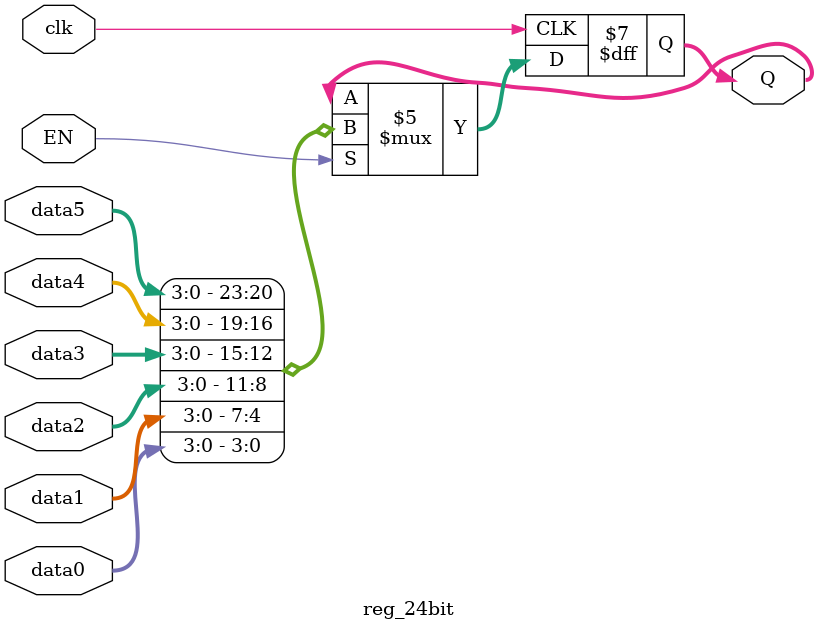
<source format=v>
`timescale 1ns / 1ps


module reg_24bit(
    input EN,
    input clk, 
    input [3:0] data5,
    input [3:0] data4,
    input [3:0] data3,
    input [3:0] data2,
    input [3:0] data1,
    input [3:0] data0,
    output reg [23:0] Q = 24'b0000_0000_0000_0000_0000_0001
    );
    always @ (posedge clk)begin
        if(EN == 1)begin
            Q <= {data5,data4,data3,data2,data1,data0};
        end
        else Q <= Q;
    end
endmodule

</source>
